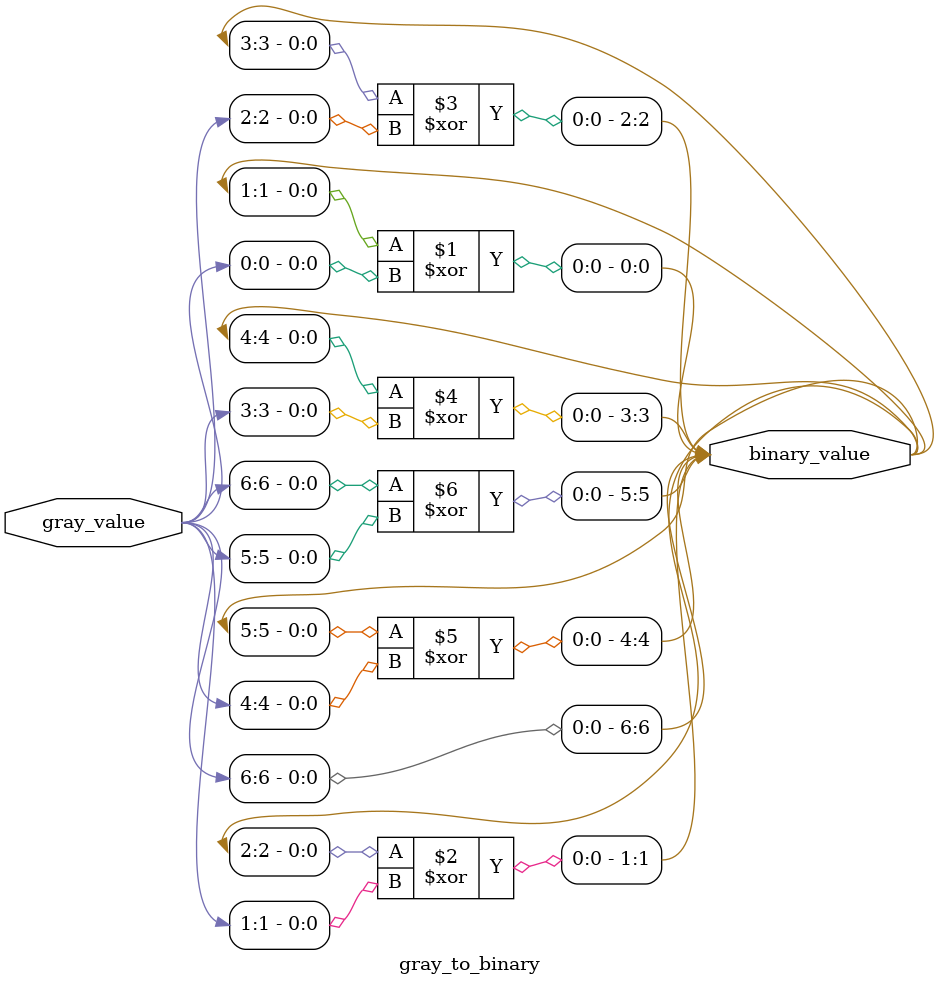
<source format=v>
module gray_to_binary #(
    parameter PTR = 6
) (
    gray_value,
    binary_value
);

    // -------------------------------------------------------------------------
    // Port Declarations
    // -------------------------------------------------------------------------
    input  [PTR:0] gray_value;
    output [PTR:0] binary_value;

    // Continuous assignment requires a net declaration
    wire   [PTR:0] binary_value;

    // -------------------------------------------------------------------------
    // Gray to Binary Conversion
    // -------------------------------------------------------------------------
    assign binary_value[PTR] = gray_value[PTR];

    generate
        genvar i;
        for (i = 0; i < PTR; i = i + 1) begin : gen_gray_to_binary
            assign binary_value[i] =
                binary_value[i + 1] ^ gray_value[i];
        end
    endgenerate

endmodule


</source>
